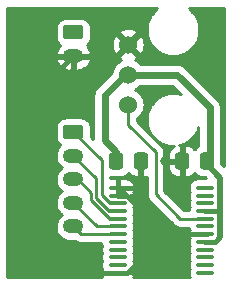
<source format=gbr>
%TF.GenerationSoftware,KiCad,Pcbnew,(6.0.1)*%
%TF.CreationDate,2022-07-01T15:08:56-07:00*%
%TF.ProjectId,mu100-dit,6d753130-302d-4646-9974-2e6b69636164,rev?*%
%TF.SameCoordinates,Original*%
%TF.FileFunction,Copper,L1,Top*%
%TF.FilePolarity,Positive*%
%FSLAX46Y46*%
G04 Gerber Fmt 4.6, Leading zero omitted, Abs format (unit mm)*
G04 Created by KiCad (PCBNEW (6.0.1)) date 2022-07-01 15:08:56*
%MOMM*%
%LPD*%
G01*
G04 APERTURE LIST*
G04 Aperture macros list*
%AMRoundRect*
0 Rectangle with rounded corners*
0 $1 Rounding radius*
0 $2 $3 $4 $5 $6 $7 $8 $9 X,Y pos of 4 corners*
0 Add a 4 corners polygon primitive as box body*
4,1,4,$2,$3,$4,$5,$6,$7,$8,$9,$2,$3,0*
0 Add four circle primitives for the rounded corners*
1,1,$1+$1,$2,$3*
1,1,$1+$1,$4,$5*
1,1,$1+$1,$6,$7*
1,1,$1+$1,$8,$9*
0 Add four rect primitives between the rounded corners*
20,1,$1+$1,$2,$3,$4,$5,0*
20,1,$1+$1,$4,$5,$6,$7,0*
20,1,$1+$1,$6,$7,$8,$9,0*
20,1,$1+$1,$8,$9,$2,$3,0*%
G04 Aperture macros list end*
%TA.AperFunction,SMDPad,CuDef*%
%ADD10RoundRect,0.100000X-0.637500X-0.100000X0.637500X-0.100000X0.637500X0.100000X-0.637500X0.100000X0*%
%TD*%
%TA.AperFunction,ComponentPad*%
%ADD11C,1.524000*%
%TD*%
%TA.AperFunction,ComponentPad*%
%ADD12RoundRect,0.250000X-0.625000X0.350000X-0.625000X-0.350000X0.625000X-0.350000X0.625000X0.350000X0*%
%TD*%
%TA.AperFunction,ComponentPad*%
%ADD13O,1.750000X1.200000*%
%TD*%
%TA.AperFunction,SMDPad,CuDef*%
%ADD14RoundRect,0.250000X-0.337500X-0.475000X0.337500X-0.475000X0.337500X0.475000X-0.337500X0.475000X0*%
%TD*%
%TA.AperFunction,SMDPad,CuDef*%
%ADD15RoundRect,0.250000X0.337500X0.475000X-0.337500X0.475000X-0.337500X-0.475000X0.337500X-0.475000X0*%
%TD*%
%TA.AperFunction,ViaPad*%
%ADD16C,0.800000*%
%TD*%
%TA.AperFunction,Conductor*%
%ADD17C,0.400000*%
%TD*%
%TA.AperFunction,Conductor*%
%ADD18C,0.500000*%
%TD*%
%TA.AperFunction,Conductor*%
%ADD19C,0.600000*%
%TD*%
%TA.AperFunction,Conductor*%
%ADD20C,0.250000*%
%TD*%
%TA.AperFunction,Conductor*%
%ADD21C,0.254000*%
%TD*%
G04 APERTURE END LIST*
D10*
%TO.P,U2,1,V1*%
%TO.N,GND*%
X51659500Y-109461427D03*
%TO.P,U2,2,TRANS*%
X51659500Y-110111427D03*
%TO.P,U2,3,PDN*%
%TO.N,/RESET*%
X51659500Y-110761427D03*
%TO.P,U2,4,MCLK*%
%TO.N,/MCLK*%
X51659500Y-111411427D03*
%TO.P,U2,5,SDTI*%
%TO.N,/SDAT*%
X51659500Y-112061427D03*
%TO.P,U2,6,BICK*%
%TO.N,/BICK*%
X51659500Y-112711427D03*
%TO.P,U2,7,LRCK*%
%TO.N,/LRCK*%
X51659500Y-113361427D03*
%TO.P,U2,8,FS0/CSN*%
%TO.N,unconnected-(U2-Pad8)*%
X51659500Y-114011427D03*
%TO.P,U2,9,FS1/CDTI*%
%TO.N,unconnected-(U2-Pad9)*%
X51659500Y-114661427D03*
%TO.P,U2,10,FS2/CCLK*%
%TO.N,unconnected-(U2-Pad10)*%
X51659500Y-115311427D03*
%TO.P,U2,11,FS3/CDTO*%
%TO.N,unconnected-(U2-Pad11)*%
X51659500Y-115961427D03*
%TO.P,U2,12,C1*%
%TO.N,GND*%
X51659500Y-116611427D03*
%TO.P,U2,13,ANS*%
%TO.N,unconnected-(U2-Pad13)*%
X59084500Y-116611427D03*
%TO.P,U2,14,BLS*%
%TO.N,unconnected-(U2-Pad14)*%
X59084500Y-115961427D03*
%TO.P,U2,15,CKS0*%
%TO.N,unconnected-(U2-Pad15)*%
X59084500Y-115311427D03*
%TO.P,U2,16,CKS1*%
%TO.N,unconnected-(U2-Pad16)*%
X59084500Y-114661427D03*
%TO.P,U2,17,VDD*%
%TO.N,+5V*%
X59084500Y-114011427D03*
%TO.P,U2,18,VSS*%
%TO.N,GND*%
X59084500Y-113361427D03*
%TO.P,U2,19,TXN*%
%TO.N,unconnected-(U2-Pad19)*%
X59084500Y-112711427D03*
%TO.P,U2,20,TXP*%
%TO.N,/TXP*%
X59084500Y-112061427D03*
%TO.P,U2,21,DIF0*%
%TO.N,+5V*%
X59084500Y-111411427D03*
%TO.P,U2,22,DIF1*%
%TO.N,unconnected-(U2-Pad22)*%
X59084500Y-110761427D03*
%TO.P,U2,23,DIF2*%
%TO.N,unconnected-(U2-Pad23)*%
X59084500Y-110111427D03*
%TO.P,U2,24,U1*%
%TO.N,unconnected-(U2-Pad24)*%
X59084500Y-109461427D03*
%TD*%
D11*
%TO.P,U1,1,GND*%
%TO.N,GND*%
X52540000Y-97310000D03*
%TO.P,U1,2,VCC*%
%TO.N,+5V*%
X52540000Y-99850000D03*
%TO.P,U1,3,Input*%
%TO.N,/TXP*%
X52540000Y-102390000D03*
%TD*%
D12*
%TO.P,J2,1,Pin_1*%
%TO.N,+5V*%
X47916000Y-96282000D03*
D13*
%TO.P,J2,2,Pin_2*%
%TO.N,GND*%
X47916000Y-98282000D03*
%TD*%
D14*
%TO.P,C2,1*%
%TO.N,GND*%
X57128500Y-107188000D03*
%TO.P,C2,2*%
%TO.N,+5V*%
X59203500Y-107188000D03*
%TD*%
D12*
%TO.P,J1,1,Pin_1*%
%TO.N,/RESET*%
X47916000Y-104712000D03*
D13*
%TO.P,J1,2,Pin_2*%
%TO.N,/MCLK*%
X47916000Y-106712000D03*
%TO.P,J1,3,Pin_3*%
%TO.N,/SDAT*%
X47916000Y-108712000D03*
%TO.P,J1,4,Pin_4*%
%TO.N,/BICK*%
X47916000Y-110712000D03*
%TO.P,J1,5,Pin_5*%
%TO.N,/LRCK*%
X47916000Y-112712000D03*
%TD*%
D15*
%TO.P,C1,1*%
%TO.N,GND*%
X53615500Y-107188000D03*
%TO.P,C1,2*%
%TO.N,+5V*%
X51540500Y-107188000D03*
%TD*%
D16*
%TO.N,GND*%
X55626000Y-107188000D03*
%TD*%
D17*
%TO.N,GND*%
X51659500Y-109461427D02*
X51659500Y-110111427D01*
X53340000Y-115724854D02*
X52453427Y-116611427D01*
X55703427Y-113361427D02*
X59253000Y-113361427D01*
X48793427Y-116611427D02*
X52453427Y-116611427D01*
X53340000Y-110998000D02*
X53340000Y-115724854D01*
X45974000Y-100224000D02*
X47916000Y-98282000D01*
X45974000Y-113792000D02*
X45974000Y-100224000D01*
X51803427Y-109461427D02*
X55703427Y-113361427D01*
X48793427Y-116611427D02*
X45974000Y-113792000D01*
X51659500Y-110111427D02*
X52453427Y-110111427D01*
D18*
%TO.N,+5V*%
X60332376Y-113577751D02*
X60251300Y-113658827D01*
D17*
X60198000Y-111506000D02*
X60103427Y-111411427D01*
D19*
X52291000Y-99850000D02*
X50546000Y-101595000D01*
X59436000Y-102616000D02*
X56670000Y-99850000D01*
X51540500Y-106404500D02*
X51540500Y-107188000D01*
D17*
X60103427Y-111411427D02*
X59084500Y-111411427D01*
D18*
X60332376Y-108570876D02*
X60332376Y-113577751D01*
D19*
X59436000Y-106934000D02*
X59436000Y-102616000D01*
X50546000Y-101595000D02*
X50546000Y-105410000D01*
D17*
X59084500Y-114011427D02*
X59938300Y-114011427D01*
D19*
X56670000Y-99850000D02*
X52540000Y-99850000D01*
D18*
X58949500Y-107188000D02*
X60332376Y-108570876D01*
D19*
X50546000Y-105410000D02*
X51540500Y-106404500D01*
D17*
X60251300Y-113658827D02*
X60271100Y-113678627D01*
X59938300Y-114011427D02*
X60271100Y-113678627D01*
D20*
%TO.N,/LRCK*%
X47916000Y-112712000D02*
X48565427Y-113361427D01*
X48565427Y-113361427D02*
X51659500Y-113361427D01*
%TO.N,/SDAT*%
X49392960Y-110482748D02*
X50971639Y-112061427D01*
X49392960Y-109844960D02*
X49392960Y-110482748D01*
X50971639Y-112061427D02*
X51659500Y-112061427D01*
X48260000Y-108712000D02*
X49392960Y-109844960D01*
%TO.N,/RESET*%
X50292000Y-107088000D02*
X50292000Y-109982000D01*
X50292000Y-110081788D02*
X50971639Y-110761427D01*
X50971639Y-110761427D02*
X51659500Y-110761427D01*
X47916000Y-104712000D02*
X50292000Y-107088000D01*
%TO.N,/MCLK*%
X50957357Y-111411427D02*
X51659500Y-111411427D01*
X49842480Y-110296550D02*
X50957357Y-111411427D01*
X47916000Y-106712000D02*
X49842480Y-108638480D01*
X49842480Y-108638480D02*
X49842480Y-110236000D01*
%TO.N,/TXP*%
X54864000Y-109982000D02*
X56943427Y-112061427D01*
X52540000Y-102390000D02*
X52540000Y-104102000D01*
X56943427Y-112061427D02*
X59084500Y-112061427D01*
X54864000Y-106426000D02*
X54864000Y-109982000D01*
X52540000Y-104102000D02*
X54864000Y-106426000D01*
%TO.N,/BICK*%
X47916000Y-110712000D02*
X49915427Y-112711427D01*
X49915427Y-112711427D02*
X51659500Y-112711427D01*
%TD*%
%TO.N,GND*%
D21*
X53743500Y-108420999D02*
X53763502Y-108489120D01*
X53817158Y-108535613D01*
X53869500Y-108546999D01*
X54003362Y-108546999D01*
X54016365Y-108546326D01*
X54104500Y-108537182D01*
X54104500Y-109903233D01*
X54102360Y-109925868D01*
X54104500Y-109993945D01*
X54104500Y-110021856D01*
X54105493Y-110037646D01*
X54106000Y-110041657D01*
X54107389Y-110085848D01*
X54112330Y-110117041D01*
X54117981Y-110136492D01*
X54120520Y-110156590D01*
X54128374Y-110187181D01*
X54144652Y-110228295D01*
X54156985Y-110270745D01*
X54169529Y-110299733D01*
X54179841Y-110317169D01*
X54187296Y-110335999D01*
X54202511Y-110363677D01*
X54228499Y-110399447D01*
X54251005Y-110437502D01*
X54270363Y-110462457D01*
X54284684Y-110476778D01*
X54296592Y-110493168D01*
X54318212Y-110516192D01*
X54352289Y-110544383D01*
X56350680Y-112542775D01*
X56365174Y-112560295D01*
X56414825Y-112606920D01*
X56434562Y-112626657D01*
X56446432Y-112637122D01*
X56449623Y-112639597D01*
X56481853Y-112669863D01*
X56507403Y-112688427D01*
X56525157Y-112698188D01*
X56541162Y-112710602D01*
X56568345Y-112726678D01*
X56608924Y-112744238D01*
X56647667Y-112765537D01*
X56677032Y-112777163D01*
X56696653Y-112782201D01*
X56715242Y-112790245D01*
X56745570Y-112799057D01*
X56789238Y-112805974D01*
X56832063Y-112816969D01*
X56863397Y-112820927D01*
X56883651Y-112820927D01*
X56903659Y-112824096D01*
X56935228Y-112825088D01*
X56979246Y-112820927D01*
X57712501Y-112820927D01*
X57712501Y-112851312D01*
X57713579Y-112867756D01*
X57729240Y-112986722D01*
X57737753Y-113018495D01*
X57745452Y-113037081D01*
X57738241Y-113054489D01*
X57729728Y-113086260D01*
X57721997Y-113144980D01*
X57732936Y-113215129D01*
X57780064Y-113268228D01*
X57846919Y-113287427D01*
X57886431Y-113287427D01*
X57913051Y-113322118D01*
X57936309Y-113345376D01*
X57957226Y-113361427D01*
X57936308Y-113377478D01*
X57913051Y-113400736D01*
X57886431Y-113435427D01*
X57846920Y-113435427D01*
X57778799Y-113455429D01*
X57732306Y-113509085D01*
X57721998Y-113577872D01*
X57729728Y-113636592D01*
X57738241Y-113668365D01*
X57745452Y-113685773D01*
X57737753Y-113704359D01*
X57729240Y-113736131D01*
X57713578Y-113855096D01*
X57712500Y-113871542D01*
X57712501Y-114151311D01*
X57713579Y-114167756D01*
X57729240Y-114286722D01*
X57737753Y-114318495D01*
X57745181Y-114336427D01*
X57737753Y-114354359D01*
X57729240Y-114386131D01*
X57713578Y-114505096D01*
X57712500Y-114521542D01*
X57712501Y-114801311D01*
X57713579Y-114817756D01*
X57729240Y-114936722D01*
X57737753Y-114968495D01*
X57745181Y-114986427D01*
X57737753Y-115004359D01*
X57729240Y-115036131D01*
X57713578Y-115155096D01*
X57712500Y-115171542D01*
X57712501Y-115451311D01*
X57713579Y-115467756D01*
X57729240Y-115586722D01*
X57737753Y-115618495D01*
X57745181Y-115636427D01*
X57737753Y-115654359D01*
X57729240Y-115686131D01*
X57713578Y-115805096D01*
X57712500Y-115821542D01*
X57712501Y-116101311D01*
X57713579Y-116117756D01*
X57729240Y-116236722D01*
X57737753Y-116268495D01*
X57745181Y-116286427D01*
X57737753Y-116304359D01*
X57729240Y-116336131D01*
X57713578Y-116455096D01*
X57712500Y-116471542D01*
X57712501Y-116751311D01*
X57713579Y-116767756D01*
X57729240Y-116886722D01*
X57737753Y-116918495D01*
X57756602Y-116964000D01*
X52986856Y-116964000D01*
X53005759Y-116918365D01*
X53014272Y-116886594D01*
X53022003Y-116827874D01*
X53011064Y-116757725D01*
X52963936Y-116704626D01*
X52897081Y-116685427D01*
X52690337Y-116685427D01*
X52807692Y-116595376D01*
X52830949Y-116572118D01*
X52857569Y-116537427D01*
X52897080Y-116537427D01*
X52965201Y-116517425D01*
X53011694Y-116463769D01*
X53022002Y-116394982D01*
X53014272Y-116336262D01*
X53005759Y-116304489D01*
X52998548Y-116287081D01*
X53006247Y-116268495D01*
X53014760Y-116236723D01*
X53030422Y-116117758D01*
X53031500Y-116101312D01*
X53031499Y-115821543D01*
X53030421Y-115805098D01*
X53014760Y-115686132D01*
X53006247Y-115654359D01*
X52998819Y-115636427D01*
X53006247Y-115618495D01*
X53014760Y-115586723D01*
X53030422Y-115467758D01*
X53031500Y-115451312D01*
X53031499Y-115171543D01*
X53030421Y-115155098D01*
X53014760Y-115036132D01*
X53006247Y-115004359D01*
X52998819Y-114986427D01*
X53006247Y-114968495D01*
X53014760Y-114936723D01*
X53030422Y-114817758D01*
X53031500Y-114801312D01*
X53031499Y-114521543D01*
X53030421Y-114505098D01*
X53014760Y-114386132D01*
X53006247Y-114354359D01*
X52998819Y-114336427D01*
X53006247Y-114318495D01*
X53014760Y-114286723D01*
X53030422Y-114167758D01*
X53031500Y-114151312D01*
X53031499Y-113871543D01*
X53030421Y-113855098D01*
X53014760Y-113736132D01*
X53006247Y-113704359D01*
X52998819Y-113686427D01*
X53006247Y-113668495D01*
X53014760Y-113636723D01*
X53030422Y-113517758D01*
X53031500Y-113501312D01*
X53031499Y-113221543D01*
X53030421Y-113205098D01*
X53014760Y-113086132D01*
X53006247Y-113054359D01*
X52998819Y-113036427D01*
X53006247Y-113018495D01*
X53014760Y-112986723D01*
X53030422Y-112867758D01*
X53031500Y-112851312D01*
X53031499Y-112571543D01*
X53030421Y-112555098D01*
X53014760Y-112436132D01*
X53006247Y-112404359D01*
X52998819Y-112386427D01*
X53006247Y-112368495D01*
X53014760Y-112336723D01*
X53030422Y-112217758D01*
X53031500Y-112201312D01*
X53031499Y-111921543D01*
X53030421Y-111905098D01*
X53014760Y-111786132D01*
X53006247Y-111754359D01*
X52998819Y-111736427D01*
X53006247Y-111718495D01*
X53014760Y-111686723D01*
X53030422Y-111567758D01*
X53031500Y-111551312D01*
X53031499Y-111271543D01*
X53030421Y-111255098D01*
X53014760Y-111136132D01*
X53006247Y-111104359D01*
X52998819Y-111086427D01*
X53006247Y-111068495D01*
X53014760Y-111036723D01*
X53030422Y-110917758D01*
X53031500Y-110901312D01*
X53031499Y-110621543D01*
X53030421Y-110605098D01*
X53014760Y-110486132D01*
X53006247Y-110454359D01*
X52998548Y-110435773D01*
X53005759Y-110418365D01*
X53014272Y-110386594D01*
X53022003Y-110327874D01*
X53011064Y-110257725D01*
X52963936Y-110204626D01*
X52897081Y-110185427D01*
X52857569Y-110185427D01*
X52830949Y-110150736D01*
X52807691Y-110127478D01*
X52690335Y-110037427D01*
X52897080Y-110037427D01*
X52965201Y-110017425D01*
X53011694Y-109963769D01*
X53022002Y-109894982D01*
X53014272Y-109836262D01*
X53005759Y-109804489D01*
X52998277Y-109786427D01*
X53005759Y-109768365D01*
X53014272Y-109736594D01*
X53022003Y-109677874D01*
X53011064Y-109607725D01*
X52963936Y-109554626D01*
X52897081Y-109535427D01*
X51859500Y-109535427D01*
X51791379Y-109555429D01*
X51744886Y-109609085D01*
X51733500Y-109661427D01*
X51733500Y-109911427D01*
X51738051Y-109926928D01*
X51585500Y-109926928D01*
X51585500Y-109261427D01*
X51733500Y-109261427D01*
X51753502Y-109329548D01*
X51807158Y-109376041D01*
X51859500Y-109387427D01*
X52897080Y-109387427D01*
X52965201Y-109367425D01*
X53011694Y-109313769D01*
X53022002Y-109244982D01*
X53014272Y-109186262D01*
X53005759Y-109154489D01*
X52944496Y-109006586D01*
X52928049Y-108978100D01*
X52830592Y-108851093D01*
X52807334Y-108827835D01*
X52680327Y-108730378D01*
X52651841Y-108713931D01*
X52503938Y-108652668D01*
X52472166Y-108644155D01*
X52353293Y-108628505D01*
X52336847Y-108627427D01*
X51859500Y-108627427D01*
X51791379Y-108647429D01*
X51744886Y-108701085D01*
X51733500Y-108753427D01*
X51733500Y-109261427D01*
X51585500Y-109261427D01*
X51585500Y-108753428D01*
X51565498Y-108685307D01*
X51511842Y-108638814D01*
X51459500Y-108627428D01*
X51051500Y-108627428D01*
X51051500Y-108537801D01*
X51139757Y-108546844D01*
X51152600Y-108547500D01*
X51928400Y-108547500D01*
X51941404Y-108546827D01*
X52047170Y-108535853D01*
X52074042Y-108530050D01*
X52241822Y-108474074D01*
X52268249Y-108461694D01*
X52418651Y-108368622D01*
X52441521Y-108350496D01*
X52566478Y-108225321D01*
X52578316Y-108210332D01*
X52590899Y-108226208D01*
X52715991Y-108351083D01*
X52738893Y-108369170D01*
X52889359Y-108461918D01*
X52915807Y-108474251D01*
X53083573Y-108529897D01*
X53110399Y-108535648D01*
X53214795Y-108546344D01*
X53227637Y-108547000D01*
X53361500Y-108547000D01*
X53429621Y-108526998D01*
X53476114Y-108473342D01*
X53487500Y-108421000D01*
X53487500Y-107060000D01*
X53743500Y-107060000D01*
X53743500Y-108420999D02*
X53743500Y-107060000D01*
%TA.AperFunction,Conductor*%
G36*
X53743500Y-108420999D02*
G01*
X53763502Y-108489120D01*
X53817158Y-108535613D01*
X53869500Y-108546999D01*
X54003362Y-108546999D01*
X54016365Y-108546326D01*
X54104500Y-108537182D01*
X54104500Y-109903233D01*
X54102360Y-109925868D01*
X54104500Y-109993945D01*
X54104500Y-110021856D01*
X54105493Y-110037646D01*
X54106000Y-110041657D01*
X54107389Y-110085848D01*
X54112330Y-110117041D01*
X54117981Y-110136492D01*
X54120520Y-110156590D01*
X54128374Y-110187181D01*
X54144652Y-110228295D01*
X54156985Y-110270745D01*
X54169529Y-110299733D01*
X54179841Y-110317169D01*
X54187296Y-110335999D01*
X54202511Y-110363677D01*
X54228499Y-110399447D01*
X54251005Y-110437502D01*
X54270363Y-110462457D01*
X54284684Y-110476778D01*
X54296592Y-110493168D01*
X54318212Y-110516192D01*
X54352289Y-110544383D01*
X56350680Y-112542775D01*
X56365174Y-112560295D01*
X56414825Y-112606920D01*
X56434562Y-112626657D01*
X56446432Y-112637122D01*
X56449623Y-112639597D01*
X56481853Y-112669863D01*
X56507403Y-112688427D01*
X56525157Y-112698188D01*
X56541162Y-112710602D01*
X56568345Y-112726678D01*
X56608924Y-112744238D01*
X56647667Y-112765537D01*
X56677032Y-112777163D01*
X56696653Y-112782201D01*
X56715242Y-112790245D01*
X56745570Y-112799057D01*
X56789238Y-112805974D01*
X56832063Y-112816969D01*
X56863397Y-112820927D01*
X56883651Y-112820927D01*
X56903659Y-112824096D01*
X56935228Y-112825088D01*
X56979246Y-112820927D01*
X57712501Y-112820927D01*
X57712501Y-112851312D01*
X57713579Y-112867756D01*
X57729240Y-112986722D01*
X57737753Y-113018495D01*
X57745452Y-113037081D01*
X57738241Y-113054489D01*
X57729728Y-113086260D01*
X57721997Y-113144980D01*
X57732936Y-113215129D01*
X57780064Y-113268228D01*
X57846919Y-113287427D01*
X57886431Y-113287427D01*
X57913051Y-113322118D01*
X57936309Y-113345376D01*
X57957226Y-113361427D01*
X57936308Y-113377478D01*
X57913051Y-113400736D01*
X57886431Y-113435427D01*
X57846920Y-113435427D01*
X57778799Y-113455429D01*
X57732306Y-113509085D01*
X57721998Y-113577872D01*
X57729728Y-113636592D01*
X57738241Y-113668365D01*
X57745452Y-113685773D01*
X57737753Y-113704359D01*
X57729240Y-113736131D01*
X57713578Y-113855096D01*
X57712500Y-113871542D01*
X57712501Y-114151311D01*
X57713579Y-114167756D01*
X57729240Y-114286722D01*
X57737753Y-114318495D01*
X57745181Y-114336427D01*
X57737753Y-114354359D01*
X57729240Y-114386131D01*
X57713578Y-114505096D01*
X57712500Y-114521542D01*
X57712501Y-114801311D01*
X57713579Y-114817756D01*
X57729240Y-114936722D01*
X57737753Y-114968495D01*
X57745181Y-114986427D01*
X57737753Y-115004359D01*
X57729240Y-115036131D01*
X57713578Y-115155096D01*
X57712500Y-115171542D01*
X57712501Y-115451311D01*
X57713579Y-115467756D01*
X57729240Y-115586722D01*
X57737753Y-115618495D01*
X57745181Y-115636427D01*
X57737753Y-115654359D01*
X57729240Y-115686131D01*
X57713578Y-115805096D01*
X57712500Y-115821542D01*
X57712501Y-116101311D01*
X57713579Y-116117756D01*
X57729240Y-116236722D01*
X57737753Y-116268495D01*
X57745181Y-116286427D01*
X57737753Y-116304359D01*
X57729240Y-116336131D01*
X57713578Y-116455096D01*
X57712500Y-116471542D01*
X57712501Y-116751311D01*
X57713579Y-116767756D01*
X57729240Y-116886722D01*
X57737753Y-116918495D01*
X57756602Y-116964000D01*
X52986856Y-116964000D01*
X53005759Y-116918365D01*
X53014272Y-116886594D01*
X53022003Y-116827874D01*
X53011064Y-116757725D01*
X52963936Y-116704626D01*
X52897081Y-116685427D01*
X52690337Y-116685427D01*
X52807692Y-116595376D01*
X52830949Y-116572118D01*
X52857569Y-116537427D01*
X52897080Y-116537427D01*
X52965201Y-116517425D01*
X53011694Y-116463769D01*
X53022002Y-116394982D01*
X53014272Y-116336262D01*
X53005759Y-116304489D01*
X52998548Y-116287081D01*
X53006247Y-116268495D01*
X53014760Y-116236723D01*
X53030422Y-116117758D01*
X53031500Y-116101312D01*
X53031499Y-115821543D01*
X53030421Y-115805098D01*
X53014760Y-115686132D01*
X53006247Y-115654359D01*
X52998819Y-115636427D01*
X53006247Y-115618495D01*
X53014760Y-115586723D01*
X53030422Y-115467758D01*
X53031500Y-115451312D01*
X53031499Y-115171543D01*
X53030421Y-115155098D01*
X53014760Y-115036132D01*
X53006247Y-115004359D01*
X52998819Y-114986427D01*
X53006247Y-114968495D01*
X53014760Y-114936723D01*
X53030422Y-114817758D01*
X53031500Y-114801312D01*
X53031499Y-114521543D01*
X53030421Y-114505098D01*
X53014760Y-114386132D01*
X53006247Y-114354359D01*
X52998819Y-114336427D01*
X53006247Y-114318495D01*
X53014760Y-114286723D01*
X53030422Y-114167758D01*
X53031500Y-114151312D01*
X53031499Y-113871543D01*
X53030421Y-113855098D01*
X53014760Y-113736132D01*
X53006247Y-113704359D01*
X52998819Y-113686427D01*
X53006247Y-113668495D01*
X53014760Y-113636723D01*
X53030422Y-113517758D01*
X53031500Y-113501312D01*
X53031499Y-113221543D01*
X53030421Y-113205098D01*
X53014760Y-113086132D01*
X53006247Y-113054359D01*
X52998819Y-113036427D01*
X53006247Y-113018495D01*
X53014760Y-112986723D01*
X53030422Y-112867758D01*
X53031500Y-112851312D01*
X53031499Y-112571543D01*
X53030421Y-112555098D01*
X53014760Y-112436132D01*
X53006247Y-112404359D01*
X52998819Y-112386427D01*
X53006247Y-112368495D01*
X53014760Y-112336723D01*
X53030422Y-112217758D01*
X53031500Y-112201312D01*
X53031499Y-111921543D01*
X53030421Y-111905098D01*
X53014760Y-111786132D01*
X53006247Y-111754359D01*
X52998819Y-111736427D01*
X53006247Y-111718495D01*
X53014760Y-111686723D01*
X53030422Y-111567758D01*
X53031500Y-111551312D01*
X53031499Y-111271543D01*
X53030421Y-111255098D01*
X53014760Y-111136132D01*
X53006247Y-111104359D01*
X52998819Y-111086427D01*
X53006247Y-111068495D01*
X53014760Y-111036723D01*
X53030422Y-110917758D01*
X53031500Y-110901312D01*
X53031499Y-110621543D01*
X53030421Y-110605098D01*
X53014760Y-110486132D01*
X53006247Y-110454359D01*
X52998548Y-110435773D01*
X53005759Y-110418365D01*
X53014272Y-110386594D01*
X53022003Y-110327874D01*
X53011064Y-110257725D01*
X52963936Y-110204626D01*
X52897081Y-110185427D01*
X52857569Y-110185427D01*
X52830949Y-110150736D01*
X52807691Y-110127478D01*
X52690335Y-110037427D01*
X52897080Y-110037427D01*
X52965201Y-110017425D01*
X53011694Y-109963769D01*
X53022002Y-109894982D01*
X53014272Y-109836262D01*
X53005759Y-109804489D01*
X52998277Y-109786427D01*
X53005759Y-109768365D01*
X53014272Y-109736594D01*
X53022003Y-109677874D01*
X53011064Y-109607725D01*
X52963936Y-109554626D01*
X52897081Y-109535427D01*
X51859500Y-109535427D01*
X51791379Y-109555429D01*
X51744886Y-109609085D01*
X51733500Y-109661427D01*
X51733500Y-109911427D01*
X51738051Y-109926928D01*
X51585500Y-109926928D01*
X51585500Y-109261427D01*
X51733500Y-109261427D01*
X51753502Y-109329548D01*
X51807158Y-109376041D01*
X51859500Y-109387427D01*
X52897080Y-109387427D01*
X52965201Y-109367425D01*
X53011694Y-109313769D01*
X53022002Y-109244982D01*
X53014272Y-109186262D01*
X53005759Y-109154489D01*
X52944496Y-109006586D01*
X52928049Y-108978100D01*
X52830592Y-108851093D01*
X52807334Y-108827835D01*
X52680327Y-108730378D01*
X52651841Y-108713931D01*
X52503938Y-108652668D01*
X52472166Y-108644155D01*
X52353293Y-108628505D01*
X52336847Y-108627427D01*
X51859500Y-108627427D01*
X51791379Y-108647429D01*
X51744886Y-108701085D01*
X51733500Y-108753427D01*
X51733500Y-109261427D01*
X51585500Y-109261427D01*
X51585500Y-108753428D01*
X51565498Y-108685307D01*
X51511842Y-108638814D01*
X51459500Y-108627428D01*
X51051500Y-108627428D01*
X51051500Y-108537801D01*
X51139757Y-108546844D01*
X51152600Y-108547500D01*
X51928400Y-108547500D01*
X51941404Y-108546827D01*
X52047170Y-108535853D01*
X52074042Y-108530050D01*
X52241822Y-108474074D01*
X52268249Y-108461694D01*
X52418651Y-108368622D01*
X52441521Y-108350496D01*
X52566478Y-108225321D01*
X52578316Y-108210332D01*
X52590899Y-108226208D01*
X52715991Y-108351083D01*
X52738893Y-108369170D01*
X52889359Y-108461918D01*
X52915807Y-108474251D01*
X53083573Y-108529897D01*
X53110399Y-108535648D01*
X53214795Y-108546344D01*
X53227637Y-108547000D01*
X53361500Y-108547000D01*
X53429621Y-108526998D01*
X53476114Y-108473342D01*
X53487500Y-108421000D01*
X53487500Y-107060000D01*
X53743500Y-107060000D01*
X53743500Y-108420999D01*
G37*
%TD.AperFunction*%
X54947526Y-94294472D02*
X54934206Y-94305259D01*
X54723607Y-94500960D01*
X54711874Y-94513454D01*
X54529783Y-94735926D01*
X54519854Y-94749897D01*
X54369640Y-94995023D01*
X54361700Y-95010213D01*
X54246144Y-95273457D01*
X54240338Y-95289583D01*
X54161577Y-95566075D01*
X54158013Y-95582841D01*
X54117506Y-95867463D01*
X54116251Y-95884556D01*
X54114745Y-96172043D01*
X54115821Y-96189149D01*
X54153346Y-96474180D01*
X54156734Y-96490982D01*
X54232595Y-96768284D01*
X54238232Y-96784471D01*
X54351026Y-97048911D01*
X54358807Y-97064182D01*
X54506445Y-97310867D01*
X54516227Y-97324942D01*
X54695979Y-97549309D01*
X54707580Y-97561925D01*
X54916118Y-97759820D01*
X54929325Y-97770745D01*
X55162791Y-97938508D01*
X55177358Y-97947540D01*
X55431433Y-98082066D01*
X55447091Y-98089038D01*
X55717072Y-98187837D01*
X55733531Y-98192619D01*
X56014422Y-98253863D01*
X56031378Y-98256367D01*
X56256853Y-98274112D01*
X56266739Y-98274500D01*
X56422271Y-98274500D01*
X56430841Y-98274208D01*
X56645395Y-98259581D01*
X56662376Y-98257255D01*
X56943893Y-98198956D01*
X56960402Y-98194347D01*
X57231403Y-98098380D01*
X57247133Y-98091573D01*
X57502602Y-97959716D01*
X57517263Y-97950837D01*
X57752474Y-97785528D01*
X57765794Y-97774741D01*
X57976393Y-97579040D01*
X57988126Y-97566546D01*
X58170217Y-97344074D01*
X58180146Y-97330103D01*
X58330360Y-97084977D01*
X58338300Y-97069787D01*
X58453856Y-96806543D01*
X58459662Y-96790417D01*
X58538423Y-96513925D01*
X58541987Y-96497159D01*
X58582494Y-96212537D01*
X58583749Y-96195444D01*
X58585255Y-95907957D01*
X58584179Y-95890851D01*
X58546654Y-95605820D01*
X58543266Y-95589018D01*
X58467405Y-95311716D01*
X58461768Y-95295529D01*
X58348974Y-95031089D01*
X58341193Y-95015818D01*
X58193555Y-94769133D01*
X58183773Y-94755058D01*
X58004021Y-94530691D01*
X57992420Y-94518075D01*
X57783882Y-94320180D01*
X57770675Y-94309255D01*
X57685430Y-94248000D01*
X60636000Y-94248000D01*
X60636000Y-107623629D01*
X60425500Y-107413129D01*
X60425500Y-106662600D01*
X60424827Y-106649596D01*
X60413853Y-106543830D01*
X60408050Y-106516958D01*
X60370500Y-106404407D01*
X60370500Y-102625260D01*
X60371444Y-102535098D01*
X60368605Y-102507152D01*
X60359445Y-102464787D01*
X60354612Y-102421699D01*
X60348389Y-102394308D01*
X60337358Y-102362632D01*
X60330273Y-102329862D01*
X60321314Y-102303241D01*
X60302992Y-102263949D01*
X60288736Y-102223011D01*
X60276600Y-102197679D01*
X60258829Y-102169239D01*
X60244659Y-102138850D01*
X60230023Y-102114872D01*
X60203451Y-102080615D01*
X60180480Y-102043854D01*
X60163033Y-102021841D01*
X60134431Y-101993038D01*
X60133017Y-101991435D01*
X60107338Y-101965756D01*
X60035221Y-101893134D01*
X60032644Y-101891062D01*
X57337329Y-99195747D01*
X57274252Y-99131335D01*
X57252484Y-99113582D01*
X57216050Y-99090102D01*
X57182165Y-99063052D01*
X57158395Y-99048083D01*
X57128201Y-99033487D01*
X57100018Y-99015324D01*
X57074858Y-99002834D01*
X57034122Y-98988007D01*
X56995089Y-98969138D01*
X56968595Y-98959808D01*
X56935917Y-98952264D01*
X56904410Y-98940796D01*
X56877106Y-98934190D01*
X56834091Y-98928756D01*
X56791860Y-98919006D01*
X56763955Y-98915777D01*
X56723385Y-98915635D01*
X56721231Y-98915500D01*
X56684581Y-98915500D01*
X56582570Y-98915144D01*
X56579293Y-98915500D01*
X53580448Y-98915500D01*
X53448876Y-98783928D01*
X53432052Y-98769810D01*
X53249948Y-98642299D01*
X53230927Y-98631317D01*
X53120285Y-98579724D01*
X53230676Y-98528248D01*
X53249696Y-98517266D01*
X53312875Y-98473028D01*
X53357204Y-98417571D01*
X53364513Y-98346952D01*
X53329700Y-98280720D01*
X52629095Y-97580115D01*
X52566783Y-97546089D01*
X52495968Y-97551154D01*
X52450905Y-97580115D01*
X51750300Y-98280720D01*
X51716274Y-98343032D01*
X51721339Y-98413847D01*
X51767125Y-98473028D01*
X51830304Y-98517266D01*
X51849324Y-98528248D01*
X51959715Y-98579724D01*
X51849074Y-98631317D01*
X51830053Y-98642299D01*
X51647948Y-98769810D01*
X51631124Y-98783928D01*
X51473928Y-98941124D01*
X51459810Y-98957948D01*
X51332299Y-99140053D01*
X51321317Y-99159074D01*
X51227365Y-99360554D01*
X51219853Y-99381193D01*
X51162315Y-99595926D01*
X51158501Y-99617556D01*
X51154344Y-99665074D01*
X49891747Y-100927671D01*
X49827335Y-100990748D01*
X49809582Y-101012516D01*
X49786102Y-101048950D01*
X49759052Y-101082835D01*
X49744083Y-101106605D01*
X49729487Y-101136799D01*
X49711324Y-101164982D01*
X49698834Y-101190142D01*
X49684007Y-101230878D01*
X49665138Y-101269911D01*
X49655808Y-101296405D01*
X49648264Y-101329083D01*
X49636796Y-101360590D01*
X49630190Y-101387894D01*
X49624756Y-101430909D01*
X49615006Y-101473140D01*
X49611777Y-101501045D01*
X49611635Y-101541615D01*
X49611500Y-101543769D01*
X49611500Y-101580419D01*
X49611144Y-101682430D01*
X49611500Y-101685707D01*
X49611500Y-105333405D01*
X49422845Y-105144750D01*
X49424844Y-105125243D01*
X49425500Y-105112400D01*
X49425500Y-104311600D01*
X49424827Y-104298596D01*
X49413853Y-104192830D01*
X49408050Y-104165958D01*
X49352074Y-103998178D01*
X49339694Y-103971751D01*
X49246622Y-103821349D01*
X49228496Y-103798479D01*
X49103321Y-103673522D01*
X49080419Y-103655435D01*
X48929854Y-103562625D01*
X48903405Y-103550292D01*
X48735528Y-103494610D01*
X48708704Y-103488859D01*
X48604243Y-103478156D01*
X48591400Y-103477500D01*
X47240600Y-103477500D01*
X47227596Y-103478173D01*
X47121830Y-103489147D01*
X47094958Y-103494950D01*
X46927178Y-103550926D01*
X46900751Y-103563306D01*
X46750349Y-103656378D01*
X46727479Y-103674504D01*
X46602522Y-103799679D01*
X46584435Y-103822581D01*
X46491625Y-103973146D01*
X46479292Y-103999595D01*
X46423610Y-104167472D01*
X46417859Y-104194296D01*
X46407156Y-104298757D01*
X46406500Y-104311600D01*
X46406500Y-105112400D01*
X46407173Y-105125404D01*
X46418147Y-105231170D01*
X46423950Y-105258042D01*
X46479926Y-105425822D01*
X46492306Y-105452249D01*
X46585378Y-105602651D01*
X46603504Y-105625521D01*
X46728679Y-105750478D01*
X46751581Y-105768565D01*
X46803120Y-105800334D01*
X46795247Y-105806518D01*
X46777915Y-105823024D01*
X46639283Y-105982783D01*
X46625384Y-106002268D01*
X46519463Y-106185359D01*
X46509499Y-106207121D01*
X46440111Y-106406938D01*
X46434443Y-106430191D01*
X46404091Y-106639524D01*
X46402922Y-106663430D01*
X46412702Y-106874725D01*
X46416074Y-106898420D01*
X46465632Y-107104055D01*
X46473424Y-107126685D01*
X46560973Y-107319238D01*
X46572904Y-107339987D01*
X46695284Y-107512511D01*
X46710923Y-107530629D01*
X46863719Y-107676899D01*
X46882502Y-107691733D01*
X46914814Y-107712597D01*
X46795247Y-107806518D01*
X46777915Y-107823024D01*
X46639283Y-107982783D01*
X46625384Y-108002268D01*
X46519463Y-108185359D01*
X46509499Y-108207121D01*
X46440111Y-108406938D01*
X46434443Y-108430191D01*
X46404091Y-108639524D01*
X46402922Y-108663430D01*
X46412702Y-108874725D01*
X46416074Y-108898420D01*
X46465632Y-109104055D01*
X46473424Y-109126685D01*
X46560973Y-109319238D01*
X46572904Y-109339987D01*
X46695284Y-109512511D01*
X46710923Y-109530629D01*
X46863719Y-109676899D01*
X46882502Y-109691733D01*
X46914814Y-109712597D01*
X46795247Y-109806518D01*
X46777915Y-109823024D01*
X46639283Y-109982783D01*
X46625384Y-110002268D01*
X46519463Y-110185359D01*
X46509499Y-110207121D01*
X46440111Y-110406938D01*
X46434443Y-110430191D01*
X46404091Y-110639524D01*
X46402922Y-110663430D01*
X46412702Y-110874725D01*
X46416074Y-110898420D01*
X46465632Y-111104055D01*
X46473424Y-111126685D01*
X46560973Y-111319238D01*
X46572904Y-111339987D01*
X46695284Y-111512511D01*
X46710923Y-111530629D01*
X46863719Y-111676899D01*
X46882502Y-111691733D01*
X46914814Y-111712597D01*
X46795247Y-111806518D01*
X46777915Y-111823024D01*
X46639283Y-111982783D01*
X46625384Y-112002268D01*
X46519463Y-112185359D01*
X46509499Y-112207121D01*
X46440111Y-112406938D01*
X46434443Y-112430191D01*
X46404091Y-112639524D01*
X46402922Y-112663430D01*
X46412702Y-112874725D01*
X46416074Y-112898420D01*
X46465632Y-113104055D01*
X46473424Y-113126685D01*
X46560973Y-113319238D01*
X46572904Y-113339987D01*
X46695284Y-113512511D01*
X46710923Y-113530629D01*
X46863719Y-113676899D01*
X46882502Y-113691733D01*
X47060200Y-113806472D01*
X47081450Y-113817486D01*
X47277639Y-113896552D01*
X47300587Y-113903350D01*
X47508187Y-113943892D01*
X47526183Y-113946078D01*
X47531745Y-113946350D01*
X47537899Y-113946500D01*
X48078974Y-113946500D01*
X48103853Y-113969863D01*
X48129406Y-113988428D01*
X48147157Y-113998187D01*
X48163159Y-114010599D01*
X48190344Y-114026676D01*
X48230913Y-114044232D01*
X48269667Y-114065537D01*
X48299033Y-114077164D01*
X48318653Y-114082201D01*
X48337240Y-114090245D01*
X48367571Y-114099057D01*
X48411234Y-114105973D01*
X48454063Y-114116969D01*
X48485397Y-114120927D01*
X48505658Y-114120927D01*
X48525660Y-114124095D01*
X48557227Y-114125087D01*
X48601238Y-114120927D01*
X50287501Y-114120927D01*
X50287501Y-114151312D01*
X50288579Y-114167756D01*
X50304240Y-114286722D01*
X50312753Y-114318495D01*
X50320181Y-114336427D01*
X50312753Y-114354359D01*
X50304240Y-114386131D01*
X50288578Y-114505096D01*
X50287500Y-114521542D01*
X50287501Y-114801311D01*
X50288579Y-114817756D01*
X50304240Y-114936722D01*
X50312753Y-114968495D01*
X50320181Y-114986427D01*
X50312753Y-115004359D01*
X50304240Y-115036131D01*
X50288578Y-115155096D01*
X50287500Y-115171542D01*
X50287501Y-115451311D01*
X50288579Y-115467756D01*
X50304240Y-115586722D01*
X50312753Y-115618495D01*
X50320181Y-115636427D01*
X50312753Y-115654359D01*
X50304240Y-115686131D01*
X50288578Y-115805096D01*
X50287500Y-115821542D01*
X50287501Y-116101311D01*
X50288579Y-116117756D01*
X50304240Y-116236722D01*
X50312753Y-116268495D01*
X50320452Y-116287081D01*
X50313241Y-116304489D01*
X50304728Y-116336260D01*
X50296997Y-116394980D01*
X50307936Y-116465129D01*
X50355064Y-116518228D01*
X50421919Y-116537427D01*
X50461431Y-116537427D01*
X50488051Y-116572118D01*
X50511309Y-116595376D01*
X50628665Y-116685427D01*
X50421920Y-116685427D01*
X50353799Y-116705429D01*
X50307306Y-116759085D01*
X50296998Y-116827872D01*
X50304728Y-116886592D01*
X50313241Y-116918365D01*
X50332144Y-116964000D01*
X42290000Y-116964000D01*
X42290000Y-98553932D01*
X46437765Y-98553932D01*
X46439990Y-98565521D01*
X46466107Y-98673891D01*
X46473899Y-98696521D01*
X46561408Y-98888988D01*
X46573339Y-98909737D01*
X46695664Y-99082183D01*
X46711303Y-99100301D01*
X46864030Y-99246505D01*
X46882813Y-99261339D01*
X47060431Y-99376026D01*
X47081681Y-99387040D01*
X47277782Y-99466071D01*
X47300730Y-99472869D01*
X47508236Y-99513392D01*
X47526232Y-99515578D01*
X47531794Y-99515850D01*
X47537948Y-99516000D01*
X47662000Y-99516000D01*
X47730121Y-99495998D01*
X47776614Y-99442342D01*
X47788000Y-99390000D01*
X48044000Y-99390000D01*
X48064002Y-99458121D01*
X48117658Y-99504614D01*
X48170000Y-99516000D01*
X48243825Y-99516000D01*
X48255792Y-99515430D01*
X48413438Y-99500389D01*
X48436940Y-99495864D01*
X48639816Y-99436347D01*
X48662039Y-99427458D01*
X48850001Y-99330651D01*
X48870142Y-99317721D01*
X49036407Y-99187118D01*
X49053739Y-99170613D01*
X49192308Y-99010927D01*
X49206207Y-98991441D01*
X49312080Y-98808432D01*
X49322044Y-98786670D01*
X49391401Y-98586943D01*
X49397070Y-98563685D01*
X49398463Y-98554075D01*
X49388440Y-98483790D01*
X49342009Y-98430081D01*
X49273766Y-98410000D01*
X48170000Y-98410000D01*
X48101879Y-98430002D01*
X48055386Y-98483658D01*
X48044000Y-98536000D01*
X48044000Y-99390000D01*
X47788000Y-99390000D01*
X47788000Y-98536000D01*
X47767998Y-98467879D01*
X47714342Y-98421386D01*
X47662000Y-98410000D01*
X46562483Y-98410000D01*
X46494362Y-98430002D01*
X46447869Y-98483658D01*
X46437765Y-98553932D01*
X42290000Y-98553932D01*
X42290000Y-96682400D01*
X46406500Y-96682400D01*
X46407173Y-96695404D01*
X46418147Y-96801170D01*
X46423950Y-96828042D01*
X46479926Y-96995822D01*
X46492306Y-97022249D01*
X46585378Y-97172651D01*
X46603504Y-97195521D01*
X46728679Y-97320478D01*
X46751581Y-97338565D01*
X46803573Y-97370614D01*
X46795593Y-97376882D01*
X46778261Y-97393387D01*
X46639692Y-97553073D01*
X46625793Y-97572559D01*
X46519920Y-97755568D01*
X46509956Y-97777330D01*
X46440599Y-97977057D01*
X46434930Y-98000315D01*
X46433537Y-98009925D01*
X46443560Y-98080210D01*
X46489991Y-98133919D01*
X46558234Y-98154000D01*
X49269517Y-98154000D01*
X49337638Y-98133998D01*
X49384131Y-98080342D01*
X49394235Y-98010068D01*
X49392010Y-97998479D01*
X49365893Y-97890109D01*
X49358101Y-97867479D01*
X49270592Y-97675012D01*
X49258661Y-97654263D01*
X49136336Y-97481817D01*
X49120697Y-97463699D01*
X49025374Y-97372447D01*
X49081651Y-97337622D01*
X49102646Y-97320982D01*
X51139628Y-97320982D01*
X51158996Y-97542358D01*
X51162810Y-97563987D01*
X51220325Y-97778636D01*
X51227837Y-97799275D01*
X51321752Y-98000675D01*
X51332733Y-98019694D01*
X51376971Y-98082874D01*
X51432428Y-98127204D01*
X51503047Y-98134514D01*
X51569280Y-98099700D01*
X52269885Y-97399095D01*
X52303911Y-97336783D01*
X52300080Y-97283217D01*
X52776089Y-97283217D01*
X52781154Y-97354032D01*
X52810115Y-97399095D01*
X53510720Y-98099700D01*
X53573032Y-98133726D01*
X53643847Y-98128661D01*
X53703029Y-98082874D01*
X53747267Y-98019694D01*
X53758248Y-98000675D01*
X53852163Y-97799275D01*
X53859675Y-97778636D01*
X53917190Y-97563987D01*
X53921004Y-97542358D01*
X53940372Y-97320982D01*
X53940372Y-97299018D01*
X53921004Y-97077642D01*
X53917190Y-97056013D01*
X53859675Y-96841364D01*
X53852163Y-96820725D01*
X53758248Y-96619325D01*
X53747267Y-96600306D01*
X53703029Y-96537126D01*
X53647572Y-96492796D01*
X53576953Y-96485486D01*
X53510720Y-96520300D01*
X52810115Y-97220905D01*
X52776089Y-97283217D01*
X52300080Y-97283217D01*
X52298846Y-97265968D01*
X52269885Y-97220905D01*
X51569280Y-96520300D01*
X51506968Y-96486274D01*
X51436153Y-96491339D01*
X51376971Y-96537126D01*
X51332733Y-96600306D01*
X51321752Y-96619325D01*
X51227837Y-96820725D01*
X51220325Y-96841364D01*
X51162810Y-97056013D01*
X51158996Y-97077642D01*
X51139628Y-97299018D01*
X51139628Y-97320982D01*
X49102646Y-97320982D01*
X49104521Y-97319496D01*
X49229478Y-97194321D01*
X49247565Y-97171419D01*
X49340375Y-97020854D01*
X49352708Y-96994405D01*
X49408390Y-96826528D01*
X49414141Y-96799704D01*
X49424844Y-96695243D01*
X49425500Y-96682400D01*
X49425500Y-96273047D01*
X51715486Y-96273047D01*
X51750300Y-96339280D01*
X52450905Y-97039885D01*
X52513217Y-97073911D01*
X52584032Y-97068846D01*
X52629095Y-97039885D01*
X53329700Y-96339280D01*
X53363726Y-96276968D01*
X53358661Y-96206153D01*
X53312875Y-96146972D01*
X53249696Y-96102734D01*
X53230676Y-96091752D01*
X53029275Y-95997837D01*
X53008636Y-95990325D01*
X52793987Y-95932810D01*
X52772358Y-95928996D01*
X52550982Y-95909628D01*
X52529018Y-95909628D01*
X52307642Y-95928996D01*
X52286013Y-95932810D01*
X52071364Y-95990325D01*
X52050725Y-95997837D01*
X51849325Y-96091752D01*
X51830306Y-96102733D01*
X51767126Y-96146971D01*
X51722796Y-96202428D01*
X51715486Y-96273047D01*
X49425500Y-96273047D01*
X49425500Y-95881600D01*
X49424827Y-95868596D01*
X49413853Y-95762830D01*
X49408050Y-95735958D01*
X49352074Y-95568178D01*
X49339694Y-95541751D01*
X49246622Y-95391349D01*
X49228496Y-95368479D01*
X49103321Y-95243522D01*
X49080419Y-95225435D01*
X48929854Y-95132625D01*
X48903405Y-95120292D01*
X48735528Y-95064610D01*
X48708704Y-95058859D01*
X48604243Y-95048156D01*
X48591400Y-95047500D01*
X47240600Y-95047500D01*
X47227596Y-95048173D01*
X47121830Y-95059147D01*
X47094958Y-95064950D01*
X46927178Y-95120926D01*
X46900751Y-95133306D01*
X46750349Y-95226378D01*
X46727479Y-95244504D01*
X46602522Y-95369679D01*
X46584435Y-95392581D01*
X46491625Y-95543146D01*
X46479292Y-95569595D01*
X46423610Y-95737472D01*
X46417859Y-95764296D01*
X46407156Y-95868757D01*
X46406500Y-95881600D01*
X46406500Y-96682400D01*
X42290000Y-96682400D01*
X42290000Y-94248000D01*
X55013649Y-94248000D01*
X54947526Y-94294472D02*
X55013649Y-94248000D01*
%TA.AperFunction,Conductor*%
G36*
X54947526Y-94294472D02*
G01*
X54934206Y-94305259D01*
X54723607Y-94500960D01*
X54711874Y-94513454D01*
X54529783Y-94735926D01*
X54519854Y-94749897D01*
X54369640Y-94995023D01*
X54361700Y-95010213D01*
X54246144Y-95273457D01*
X54240338Y-95289583D01*
X54161577Y-95566075D01*
X54158013Y-95582841D01*
X54117506Y-95867463D01*
X54116251Y-95884556D01*
X54114745Y-96172043D01*
X54115821Y-96189149D01*
X54153346Y-96474180D01*
X54156734Y-96490982D01*
X54232595Y-96768284D01*
X54238232Y-96784471D01*
X54351026Y-97048911D01*
X54358807Y-97064182D01*
X54506445Y-97310867D01*
X54516227Y-97324942D01*
X54695979Y-97549309D01*
X54707580Y-97561925D01*
X54916118Y-97759820D01*
X54929325Y-97770745D01*
X55162791Y-97938508D01*
X55177358Y-97947540D01*
X55431433Y-98082066D01*
X55447091Y-98089038D01*
X55717072Y-98187837D01*
X55733531Y-98192619D01*
X56014422Y-98253863D01*
X56031378Y-98256367D01*
X56256853Y-98274112D01*
X56266739Y-98274500D01*
X56422271Y-98274500D01*
X56430841Y-98274208D01*
X56645395Y-98259581D01*
X56662376Y-98257255D01*
X56943893Y-98198956D01*
X56960402Y-98194347D01*
X57231403Y-98098380D01*
X57247133Y-98091573D01*
X57502602Y-97959716D01*
X57517263Y-97950837D01*
X57752474Y-97785528D01*
X57765794Y-97774741D01*
X57976393Y-97579040D01*
X57988126Y-97566546D01*
X58170217Y-97344074D01*
X58180146Y-97330103D01*
X58330360Y-97084977D01*
X58338300Y-97069787D01*
X58453856Y-96806543D01*
X58459662Y-96790417D01*
X58538423Y-96513925D01*
X58541987Y-96497159D01*
X58582494Y-96212537D01*
X58583749Y-96195444D01*
X58585255Y-95907957D01*
X58584179Y-95890851D01*
X58546654Y-95605820D01*
X58543266Y-95589018D01*
X58467405Y-95311716D01*
X58461768Y-95295529D01*
X58348974Y-95031089D01*
X58341193Y-95015818D01*
X58193555Y-94769133D01*
X58183773Y-94755058D01*
X58004021Y-94530691D01*
X57992420Y-94518075D01*
X57783882Y-94320180D01*
X57770675Y-94309255D01*
X57685430Y-94248000D01*
X60636000Y-94248000D01*
X60636000Y-107623629D01*
X60425500Y-107413129D01*
X60425500Y-106662600D01*
X60424827Y-106649596D01*
X60413853Y-106543830D01*
X60408050Y-106516958D01*
X60370500Y-106404407D01*
X60370500Y-102625260D01*
X60371444Y-102535098D01*
X60368605Y-102507152D01*
X60359445Y-102464787D01*
X60354612Y-102421699D01*
X60348389Y-102394308D01*
X60337358Y-102362632D01*
X60330273Y-102329862D01*
X60321314Y-102303241D01*
X60302992Y-102263949D01*
X60288736Y-102223011D01*
X60276600Y-102197679D01*
X60258829Y-102169239D01*
X60244659Y-102138850D01*
X60230023Y-102114872D01*
X60203451Y-102080615D01*
X60180480Y-102043854D01*
X60163033Y-102021841D01*
X60134431Y-101993038D01*
X60133017Y-101991435D01*
X60107338Y-101965756D01*
X60035221Y-101893134D01*
X60032644Y-101891062D01*
X57337329Y-99195747D01*
X57274252Y-99131335D01*
X57252484Y-99113582D01*
X57216050Y-99090102D01*
X57182165Y-99063052D01*
X57158395Y-99048083D01*
X57128201Y-99033487D01*
X57100018Y-99015324D01*
X57074858Y-99002834D01*
X57034122Y-98988007D01*
X56995089Y-98969138D01*
X56968595Y-98959808D01*
X56935917Y-98952264D01*
X56904410Y-98940796D01*
X56877106Y-98934190D01*
X56834091Y-98928756D01*
X56791860Y-98919006D01*
X56763955Y-98915777D01*
X56723385Y-98915635D01*
X56721231Y-98915500D01*
X56684581Y-98915500D01*
X56582570Y-98915144D01*
X56579293Y-98915500D01*
X53580448Y-98915500D01*
X53448876Y-98783928D01*
X53432052Y-98769810D01*
X53249948Y-98642299D01*
X53230927Y-98631317D01*
X53120285Y-98579724D01*
X53230676Y-98528248D01*
X53249696Y-98517266D01*
X53312875Y-98473028D01*
X53357204Y-98417571D01*
X53364513Y-98346952D01*
X53329700Y-98280720D01*
X52629095Y-97580115D01*
X52566783Y-97546089D01*
X52495968Y-97551154D01*
X52450905Y-97580115D01*
X51750300Y-98280720D01*
X51716274Y-98343032D01*
X51721339Y-98413847D01*
X51767125Y-98473028D01*
X51830304Y-98517266D01*
X51849324Y-98528248D01*
X51959715Y-98579724D01*
X51849074Y-98631317D01*
X51830053Y-98642299D01*
X51647948Y-98769810D01*
X51631124Y-98783928D01*
X51473928Y-98941124D01*
X51459810Y-98957948D01*
X51332299Y-99140053D01*
X51321317Y-99159074D01*
X51227365Y-99360554D01*
X51219853Y-99381193D01*
X51162315Y-99595926D01*
X51158501Y-99617556D01*
X51154344Y-99665074D01*
X49891747Y-100927671D01*
X49827335Y-100990748D01*
X49809582Y-101012516D01*
X49786102Y-101048950D01*
X49759052Y-101082835D01*
X49744083Y-101106605D01*
X49729487Y-101136799D01*
X49711324Y-101164982D01*
X49698834Y-101190142D01*
X49684007Y-101230878D01*
X49665138Y-101269911D01*
X49655808Y-101296405D01*
X49648264Y-101329083D01*
X49636796Y-101360590D01*
X49630190Y-101387894D01*
X49624756Y-101430909D01*
X49615006Y-101473140D01*
X49611777Y-101501045D01*
X49611635Y-101541615D01*
X49611500Y-101543769D01*
X49611500Y-101580419D01*
X49611144Y-101682430D01*
X49611500Y-101685707D01*
X49611500Y-105333405D01*
X49422845Y-105144750D01*
X49424844Y-105125243D01*
X49425500Y-105112400D01*
X49425500Y-104311600D01*
X49424827Y-104298596D01*
X49413853Y-104192830D01*
X49408050Y-104165958D01*
X49352074Y-103998178D01*
X49339694Y-103971751D01*
X49246622Y-103821349D01*
X49228496Y-103798479D01*
X49103321Y-103673522D01*
X49080419Y-103655435D01*
X48929854Y-103562625D01*
X48903405Y-103550292D01*
X48735528Y-103494610D01*
X48708704Y-103488859D01*
X48604243Y-103478156D01*
X48591400Y-103477500D01*
X47240600Y-103477500D01*
X47227596Y-103478173D01*
X47121830Y-103489147D01*
X47094958Y-103494950D01*
X46927178Y-103550926D01*
X46900751Y-103563306D01*
X46750349Y-103656378D01*
X46727479Y-103674504D01*
X46602522Y-103799679D01*
X46584435Y-103822581D01*
X46491625Y-103973146D01*
X46479292Y-103999595D01*
X46423610Y-104167472D01*
X46417859Y-104194296D01*
X46407156Y-104298757D01*
X46406500Y-104311600D01*
X46406500Y-105112400D01*
X46407173Y-105125404D01*
X46418147Y-105231170D01*
X46423950Y-105258042D01*
X46479926Y-105425822D01*
X46492306Y-105452249D01*
X46585378Y-105602651D01*
X46603504Y-105625521D01*
X46728679Y-105750478D01*
X46751581Y-105768565D01*
X46803120Y-105800334D01*
X46795247Y-105806518D01*
X46777915Y-105823024D01*
X46639283Y-105982783D01*
X46625384Y-106002268D01*
X46519463Y-106185359D01*
X46509499Y-106207121D01*
X46440111Y-106406938D01*
X46434443Y-106430191D01*
X46404091Y-106639524D01*
X46402922Y-106663430D01*
X46412702Y-106874725D01*
X46416074Y-106898420D01*
X46465632Y-107104055D01*
X46473424Y-107126685D01*
X46560973Y-107319238D01*
X46572904Y-107339987D01*
X46695284Y-107512511D01*
X46710923Y-107530629D01*
X46863719Y-107676899D01*
X46882502Y-107691733D01*
X46914814Y-107712597D01*
X46795247Y-107806518D01*
X46777915Y-107823024D01*
X46639283Y-107982783D01*
X46625384Y-108002268D01*
X46519463Y-108185359D01*
X46509499Y-108207121D01*
X46440111Y-108406938D01*
X46434443Y-108430191D01*
X46404091Y-108639524D01*
X46402922Y-108663430D01*
X46412702Y-108874725D01*
X46416074Y-108898420D01*
X46465632Y-109104055D01*
X46473424Y-109126685D01*
X46560973Y-109319238D01*
X46572904Y-109339987D01*
X46695284Y-109512511D01*
X46710923Y-109530629D01*
X46863719Y-109676899D01*
X46882502Y-109691733D01*
X46914814Y-109712597D01*
X46795247Y-109806518D01*
X46777915Y-109823024D01*
X46639283Y-109982783D01*
X46625384Y-110002268D01*
X46519463Y-110185359D01*
X46509499Y-110207121D01*
X46440111Y-110406938D01*
X46434443Y-110430191D01*
X46404091Y-110639524D01*
X46402922Y-110663430D01*
X46412702Y-110874725D01*
X46416074Y-110898420D01*
X46465632Y-111104055D01*
X46473424Y-111126685D01*
X46560973Y-111319238D01*
X46572904Y-111339987D01*
X46695284Y-111512511D01*
X46710923Y-111530629D01*
X46863719Y-111676899D01*
X46882502Y-111691733D01*
X46914814Y-111712597D01*
X46795247Y-111806518D01*
X46777915Y-111823024D01*
X46639283Y-111982783D01*
X46625384Y-112002268D01*
X46519463Y-112185359D01*
X46509499Y-112207121D01*
X46440111Y-112406938D01*
X46434443Y-112430191D01*
X46404091Y-112639524D01*
X46402922Y-112663430D01*
X46412702Y-112874725D01*
X46416074Y-112898420D01*
X46465632Y-113104055D01*
X46473424Y-113126685D01*
X46560973Y-113319238D01*
X46572904Y-113339987D01*
X46695284Y-113512511D01*
X46710923Y-113530629D01*
X46863719Y-113676899D01*
X46882502Y-113691733D01*
X47060200Y-113806472D01*
X47081450Y-113817486D01*
X47277639Y-113896552D01*
X47300587Y-113903350D01*
X47508187Y-113943892D01*
X47526183Y-113946078D01*
X47531745Y-113946350D01*
X47537899Y-113946500D01*
X48078974Y-113946500D01*
X48103853Y-113969863D01*
X48129406Y-113988428D01*
X48147157Y-113998187D01*
X48163159Y-114010599D01*
X48190344Y-114026676D01*
X48230913Y-114044232D01*
X48269667Y-114065537D01*
X48299033Y-114077164D01*
X48318653Y-114082201D01*
X48337240Y-114090245D01*
X48367571Y-114099057D01*
X48411234Y-114105973D01*
X48454063Y-114116969D01*
X48485397Y-114120927D01*
X48505658Y-114120927D01*
X48525660Y-114124095D01*
X48557227Y-114125087D01*
X48601238Y-114120927D01*
X50287501Y-114120927D01*
X50287501Y-114151312D01*
X50288579Y-114167756D01*
X50304240Y-114286722D01*
X50312753Y-114318495D01*
X50320181Y-114336427D01*
X50312753Y-114354359D01*
X50304240Y-114386131D01*
X50288578Y-114505096D01*
X50287500Y-114521542D01*
X50287501Y-114801311D01*
X50288579Y-114817756D01*
X50304240Y-114936722D01*
X50312753Y-114968495D01*
X50320181Y-114986427D01*
X50312753Y-115004359D01*
X50304240Y-115036131D01*
X50288578Y-115155096D01*
X50287500Y-115171542D01*
X50287501Y-115451311D01*
X50288579Y-115467756D01*
X50304240Y-115586722D01*
X50312753Y-115618495D01*
X50320181Y-115636427D01*
X50312753Y-115654359D01*
X50304240Y-115686131D01*
X50288578Y-115805096D01*
X50287500Y-115821542D01*
X50287501Y-116101311D01*
X50288579Y-116117756D01*
X50304240Y-116236722D01*
X50312753Y-116268495D01*
X50320452Y-116287081D01*
X50313241Y-116304489D01*
X50304728Y-116336260D01*
X50296997Y-116394980D01*
X50307936Y-116465129D01*
X50355064Y-116518228D01*
X50421919Y-116537427D01*
X50461431Y-116537427D01*
X50488051Y-116572118D01*
X50511309Y-116595376D01*
X50628665Y-116685427D01*
X50421920Y-116685427D01*
X50353799Y-116705429D01*
X50307306Y-116759085D01*
X50296998Y-116827872D01*
X50304728Y-116886592D01*
X50313241Y-116918365D01*
X50332144Y-116964000D01*
X42290000Y-116964000D01*
X42290000Y-98553932D01*
X46437765Y-98553932D01*
X46439990Y-98565521D01*
X46466107Y-98673891D01*
X46473899Y-98696521D01*
X46561408Y-98888988D01*
X46573339Y-98909737D01*
X46695664Y-99082183D01*
X46711303Y-99100301D01*
X46864030Y-99246505D01*
X46882813Y-99261339D01*
X47060431Y-99376026D01*
X47081681Y-99387040D01*
X47277782Y-99466071D01*
X47300730Y-99472869D01*
X47508236Y-99513392D01*
X47526232Y-99515578D01*
X47531794Y-99515850D01*
X47537948Y-99516000D01*
X47662000Y-99516000D01*
X47730121Y-99495998D01*
X47776614Y-99442342D01*
X47788000Y-99390000D01*
X48044000Y-99390000D01*
X48064002Y-99458121D01*
X48117658Y-99504614D01*
X48170000Y-99516000D01*
X48243825Y-99516000D01*
X48255792Y-99515430D01*
X48413438Y-99500389D01*
X48436940Y-99495864D01*
X48639816Y-99436347D01*
X48662039Y-99427458D01*
X48850001Y-99330651D01*
X48870142Y-99317721D01*
X49036407Y-99187118D01*
X49053739Y-99170613D01*
X49192308Y-99010927D01*
X49206207Y-98991441D01*
X49312080Y-98808432D01*
X49322044Y-98786670D01*
X49391401Y-98586943D01*
X49397070Y-98563685D01*
X49398463Y-98554075D01*
X49388440Y-98483790D01*
X49342009Y-98430081D01*
X49273766Y-98410000D01*
X48170000Y-98410000D01*
X48101879Y-98430002D01*
X48055386Y-98483658D01*
X48044000Y-98536000D01*
X48044000Y-99390000D01*
X47788000Y-99390000D01*
X47788000Y-98536000D01*
X47767998Y-98467879D01*
X47714342Y-98421386D01*
X47662000Y-98410000D01*
X46562483Y-98410000D01*
X46494362Y-98430002D01*
X46447869Y-98483658D01*
X46437765Y-98553932D01*
X42290000Y-98553932D01*
X42290000Y-96682400D01*
X46406500Y-96682400D01*
X46407173Y-96695404D01*
X46418147Y-96801170D01*
X46423950Y-96828042D01*
X46479926Y-96995822D01*
X46492306Y-97022249D01*
X46585378Y-97172651D01*
X46603504Y-97195521D01*
X46728679Y-97320478D01*
X46751581Y-97338565D01*
X46803573Y-97370614D01*
X46795593Y-97376882D01*
X46778261Y-97393387D01*
X46639692Y-97553073D01*
X46625793Y-97572559D01*
X46519920Y-97755568D01*
X46509956Y-97777330D01*
X46440599Y-97977057D01*
X46434930Y-98000315D01*
X46433537Y-98009925D01*
X46443560Y-98080210D01*
X46489991Y-98133919D01*
X46558234Y-98154000D01*
X49269517Y-98154000D01*
X49337638Y-98133998D01*
X49384131Y-98080342D01*
X49394235Y-98010068D01*
X49392010Y-97998479D01*
X49365893Y-97890109D01*
X49358101Y-97867479D01*
X49270592Y-97675012D01*
X49258661Y-97654263D01*
X49136336Y-97481817D01*
X49120697Y-97463699D01*
X49025374Y-97372447D01*
X49081651Y-97337622D01*
X49102646Y-97320982D01*
X51139628Y-97320982D01*
X51158996Y-97542358D01*
X51162810Y-97563987D01*
X51220325Y-97778636D01*
X51227837Y-97799275D01*
X51321752Y-98000675D01*
X51332733Y-98019694D01*
X51376971Y-98082874D01*
X51432428Y-98127204D01*
X51503047Y-98134514D01*
X51569280Y-98099700D01*
X52269885Y-97399095D01*
X52303911Y-97336783D01*
X52300080Y-97283217D01*
X52776089Y-97283217D01*
X52781154Y-97354032D01*
X52810115Y-97399095D01*
X53510720Y-98099700D01*
X53573032Y-98133726D01*
X53643847Y-98128661D01*
X53703029Y-98082874D01*
X53747267Y-98019694D01*
X53758248Y-98000675D01*
X53852163Y-97799275D01*
X53859675Y-97778636D01*
X53917190Y-97563987D01*
X53921004Y-97542358D01*
X53940372Y-97320982D01*
X53940372Y-97299018D01*
X53921004Y-97077642D01*
X53917190Y-97056013D01*
X53859675Y-96841364D01*
X53852163Y-96820725D01*
X53758248Y-96619325D01*
X53747267Y-96600306D01*
X53703029Y-96537126D01*
X53647572Y-96492796D01*
X53576953Y-96485486D01*
X53510720Y-96520300D01*
X52810115Y-97220905D01*
X52776089Y-97283217D01*
X52300080Y-97283217D01*
X52298846Y-97265968D01*
X52269885Y-97220905D01*
X51569280Y-96520300D01*
X51506968Y-96486274D01*
X51436153Y-96491339D01*
X51376971Y-96537126D01*
X51332733Y-96600306D01*
X51321752Y-96619325D01*
X51227837Y-96820725D01*
X51220325Y-96841364D01*
X51162810Y-97056013D01*
X51158996Y-97077642D01*
X51139628Y-97299018D01*
X51139628Y-97320982D01*
X49102646Y-97320982D01*
X49104521Y-97319496D01*
X49229478Y-97194321D01*
X49247565Y-97171419D01*
X49340375Y-97020854D01*
X49352708Y-96994405D01*
X49408390Y-96826528D01*
X49414141Y-96799704D01*
X49424844Y-96695243D01*
X49425500Y-96682400D01*
X49425500Y-96273047D01*
X51715486Y-96273047D01*
X51750300Y-96339280D01*
X52450905Y-97039885D01*
X52513217Y-97073911D01*
X52584032Y-97068846D01*
X52629095Y-97039885D01*
X53329700Y-96339280D01*
X53363726Y-96276968D01*
X53358661Y-96206153D01*
X53312875Y-96146972D01*
X53249696Y-96102734D01*
X53230676Y-96091752D01*
X53029275Y-95997837D01*
X53008636Y-95990325D01*
X52793987Y-95932810D01*
X52772358Y-95928996D01*
X52550982Y-95909628D01*
X52529018Y-95909628D01*
X52307642Y-95928996D01*
X52286013Y-95932810D01*
X52071364Y-95990325D01*
X52050725Y-95997837D01*
X51849325Y-96091752D01*
X51830306Y-96102733D01*
X51767126Y-96146971D01*
X51722796Y-96202428D01*
X51715486Y-96273047D01*
X49425500Y-96273047D01*
X49425500Y-95881600D01*
X49424827Y-95868596D01*
X49413853Y-95762830D01*
X49408050Y-95735958D01*
X49352074Y-95568178D01*
X49339694Y-95541751D01*
X49246622Y-95391349D01*
X49228496Y-95368479D01*
X49103321Y-95243522D01*
X49080419Y-95225435D01*
X48929854Y-95132625D01*
X48903405Y-95120292D01*
X48735528Y-95064610D01*
X48708704Y-95058859D01*
X48604243Y-95048156D01*
X48591400Y-95047500D01*
X47240600Y-95047500D01*
X47227596Y-95048173D01*
X47121830Y-95059147D01*
X47094958Y-95064950D01*
X46927178Y-95120926D01*
X46900751Y-95133306D01*
X46750349Y-95226378D01*
X46727479Y-95244504D01*
X46602522Y-95369679D01*
X46584435Y-95392581D01*
X46491625Y-95543146D01*
X46479292Y-95569595D01*
X46423610Y-95737472D01*
X46417859Y-95764296D01*
X46407156Y-95868757D01*
X46406500Y-95881600D01*
X46406500Y-96682400D01*
X42290000Y-96682400D01*
X42290000Y-94248000D01*
X55013649Y-94248000D01*
X54947526Y-94294472D01*
G37*
%TD.AperFunction*%
X57026542Y-101528123D02*
X56982928Y-101512163D01*
X56966469Y-101507381D01*
X56685578Y-101446137D01*
X56668622Y-101443633D01*
X56443147Y-101425888D01*
X56433261Y-101425500D01*
X56277729Y-101425500D01*
X56269159Y-101425792D01*
X56054605Y-101440419D01*
X56037624Y-101442745D01*
X55756107Y-101501044D01*
X55739598Y-101505653D01*
X55468597Y-101601620D01*
X55452867Y-101608427D01*
X55197398Y-101740284D01*
X55182737Y-101749163D01*
X54947526Y-101914472D01*
X54934206Y-101925259D01*
X54723607Y-102120960D01*
X54711874Y-102133454D01*
X54529783Y-102355926D01*
X54519854Y-102369897D01*
X54369640Y-102615023D01*
X54361700Y-102630213D01*
X54246144Y-102893457D01*
X54240338Y-102909583D01*
X54161577Y-103186075D01*
X54158013Y-103202841D01*
X54117506Y-103487463D01*
X54116251Y-103504556D01*
X54114745Y-103792043D01*
X54115821Y-103809149D01*
X54153346Y-104094180D01*
X54156734Y-104110982D01*
X54232595Y-104388284D01*
X54238232Y-104404471D01*
X54351026Y-104668911D01*
X54358807Y-104684182D01*
X54506445Y-104930867D01*
X54516227Y-104944942D01*
X54695979Y-105169309D01*
X54707580Y-105181925D01*
X54916118Y-105379820D01*
X54929325Y-105390745D01*
X55162791Y-105558508D01*
X55177358Y-105567540D01*
X55431433Y-105702066D01*
X55447091Y-105709038D01*
X55717072Y-105807837D01*
X55733531Y-105812619D01*
X56014422Y-105873863D01*
X56031378Y-105876367D01*
X56256853Y-105894112D01*
X56266739Y-105894500D01*
X56422271Y-105894500D01*
X56430841Y-105894208D01*
X56457299Y-105892404D01*
X56427392Y-105902382D01*
X56400965Y-105914762D01*
X56250662Y-106007773D01*
X56227792Y-106025899D01*
X56102917Y-106150991D01*
X56084830Y-106173893D01*
X55992082Y-106324359D01*
X55979749Y-106350807D01*
X55924103Y-106518573D01*
X55918352Y-106545399D01*
X55907656Y-106649795D01*
X55907000Y-106662637D01*
X55907000Y-106934000D01*
X55927002Y-107002121D01*
X55980658Y-107048614D01*
X56033000Y-107060000D01*
X56874500Y-107060000D01*
X56942621Y-107039998D01*
X56989114Y-106986342D01*
X57000500Y-106934000D01*
X57000500Y-105955001D01*
X56980498Y-105886880D01*
X56926842Y-105840387D01*
X56884687Y-105831217D01*
X56943893Y-105818956D01*
X56960402Y-105814347D01*
X57231403Y-105718380D01*
X57247133Y-105711573D01*
X57502602Y-105579716D01*
X57517263Y-105570837D01*
X57752474Y-105405528D01*
X57765794Y-105394741D01*
X57976393Y-105199040D01*
X57988126Y-105186546D01*
X58170217Y-104964074D01*
X58180146Y-104950103D01*
X58330360Y-104704977D01*
X58338300Y-104689787D01*
X58453856Y-104426543D01*
X58459662Y-104410417D01*
X58501500Y-104263544D01*
X58501500Y-105902244D01*
X58475751Y-105914306D01*
X58325349Y-106007378D01*
X58302479Y-106025504D01*
X58177522Y-106150679D01*
X58165684Y-106165668D01*
X58153101Y-106149792D01*
X58028009Y-106024917D01*
X58005107Y-106006830D01*
X57854641Y-105914082D01*
X57828193Y-105901749D01*
X57660427Y-105846103D01*
X57633601Y-105840352D01*
X57529205Y-105829656D01*
X57516363Y-105829000D01*
X57382500Y-105829000D01*
X57314379Y-105849002D01*
X57267886Y-105902658D01*
X57256500Y-105955000D01*
X57256500Y-108420999D01*
X57276502Y-108489120D01*
X57330158Y-108535613D01*
X57382500Y-108546999D01*
X57516362Y-108546999D01*
X57529365Y-108546326D01*
X57635066Y-108535359D01*
X57661939Y-108529556D01*
X57829608Y-108473618D01*
X57856035Y-108461238D01*
X58006338Y-108368227D01*
X58029208Y-108350101D01*
X58154083Y-108225009D01*
X58165674Y-108210333D01*
X58178504Y-108226521D01*
X58303679Y-108351478D01*
X58326581Y-108369565D01*
X58477146Y-108462375D01*
X58503595Y-108474708D01*
X58671472Y-108530390D01*
X58698296Y-108536141D01*
X58802757Y-108546844D01*
X58815600Y-108547500D01*
X59058129Y-108547500D01*
X59137556Y-108626927D01*
X58407116Y-108626928D01*
X58390671Y-108628006D01*
X58271705Y-108643667D01*
X58239932Y-108652180D01*
X58091906Y-108713494D01*
X58063419Y-108729941D01*
X57936308Y-108827478D01*
X57913051Y-108850736D01*
X57815514Y-108977848D01*
X57799067Y-109006334D01*
X57737753Y-109154359D01*
X57729240Y-109186131D01*
X57713578Y-109305096D01*
X57712500Y-109321542D01*
X57712501Y-109601311D01*
X57713579Y-109617756D01*
X57729240Y-109736722D01*
X57737753Y-109768495D01*
X57745181Y-109786427D01*
X57737753Y-109804359D01*
X57729240Y-109836131D01*
X57713578Y-109955096D01*
X57712500Y-109971542D01*
X57712501Y-110251311D01*
X57713579Y-110267756D01*
X57729240Y-110386722D01*
X57737753Y-110418495D01*
X57745181Y-110436427D01*
X57737753Y-110454359D01*
X57729240Y-110486131D01*
X57713578Y-110605096D01*
X57712500Y-110621542D01*
X57712501Y-110901311D01*
X57713579Y-110917756D01*
X57729240Y-111036722D01*
X57737753Y-111068495D01*
X57745181Y-111086427D01*
X57737753Y-111104359D01*
X57729240Y-111136131D01*
X57713578Y-111255096D01*
X57712500Y-111271543D01*
X57712500Y-111301927D01*
X57258021Y-111301927D01*
X55623500Y-109667405D01*
X55623500Y-107713362D01*
X55907001Y-107713362D01*
X55907674Y-107726365D01*
X55918641Y-107832066D01*
X55924444Y-107858939D01*
X55980382Y-108026608D01*
X55992762Y-108053035D01*
X56085773Y-108203338D01*
X56103899Y-108226208D01*
X56228991Y-108351083D01*
X56251893Y-108369170D01*
X56402359Y-108461918D01*
X56428807Y-108474251D01*
X56596573Y-108529897D01*
X56623399Y-108535648D01*
X56727795Y-108546344D01*
X56740637Y-108547000D01*
X56874500Y-108547000D01*
X56942621Y-108526998D01*
X56989114Y-108473342D01*
X57000500Y-108421000D01*
X57000500Y-107442000D01*
X56980498Y-107373879D01*
X56926842Y-107327386D01*
X56874500Y-107316000D01*
X56033001Y-107316000D01*
X55964880Y-107336002D01*
X55918387Y-107389658D01*
X55907001Y-107442000D01*
X55907001Y-107713362D01*
X55623500Y-107713362D01*
X55623500Y-106504763D01*
X55625639Y-106482133D01*
X55623500Y-106414075D01*
X55623500Y-106386144D01*
X55622506Y-106370346D01*
X55621999Y-106366336D01*
X55620611Y-106322153D01*
X55615670Y-106290959D01*
X55610020Y-106271509D01*
X55607480Y-106251409D01*
X55599626Y-106220820D01*
X55583352Y-106179715D01*
X55571015Y-106137253D01*
X55558472Y-106108268D01*
X55548161Y-106090832D01*
X55540704Y-106071999D01*
X55525488Y-106044323D01*
X55499510Y-106008566D01*
X55476996Y-105970498D01*
X55457637Y-105945542D01*
X55443313Y-105931218D01*
X55431408Y-105914832D01*
X55409787Y-105891808D01*
X55375722Y-105863627D01*
X53299500Y-103787405D01*
X53299500Y-103563004D01*
X53432052Y-103470190D01*
X53448876Y-103456072D01*
X53606072Y-103298876D01*
X53620190Y-103282052D01*
X53747701Y-103099947D01*
X53758683Y-103080926D01*
X53852635Y-102879446D01*
X53860147Y-102858807D01*
X53917685Y-102644074D01*
X53921499Y-102622444D01*
X53940874Y-102400981D01*
X53940874Y-102379019D01*
X53921499Y-102157556D01*
X53917685Y-102135926D01*
X53860147Y-101921193D01*
X53852635Y-101900554D01*
X53758683Y-101699074D01*
X53747701Y-101680053D01*
X53620190Y-101497948D01*
X53606072Y-101481124D01*
X53448876Y-101323928D01*
X53432052Y-101309810D01*
X53249948Y-101182299D01*
X53230927Y-101171317D01*
X53120877Y-101120000D01*
X53230927Y-101068683D01*
X53249948Y-101057701D01*
X53432052Y-100930190D01*
X53448876Y-100916072D01*
X53580448Y-100784500D01*
X56282918Y-100784500D01*
X57026542Y-101528123D02*
X56282918Y-100784500D01*
%TA.AperFunction,Conductor*%
G36*
X57026542Y-101528123D02*
G01*
X56982928Y-101512163D01*
X56966469Y-101507381D01*
X56685578Y-101446137D01*
X56668622Y-101443633D01*
X56443147Y-101425888D01*
X56433261Y-101425500D01*
X56277729Y-101425500D01*
X56269159Y-101425792D01*
X56054605Y-101440419D01*
X56037624Y-101442745D01*
X55756107Y-101501044D01*
X55739598Y-101505653D01*
X55468597Y-101601620D01*
X55452867Y-101608427D01*
X55197398Y-101740284D01*
X55182737Y-101749163D01*
X54947526Y-101914472D01*
X54934206Y-101925259D01*
X54723607Y-102120960D01*
X54711874Y-102133454D01*
X54529783Y-102355926D01*
X54519854Y-102369897D01*
X54369640Y-102615023D01*
X54361700Y-102630213D01*
X54246144Y-102893457D01*
X54240338Y-102909583D01*
X54161577Y-103186075D01*
X54158013Y-103202841D01*
X54117506Y-103487463D01*
X54116251Y-103504556D01*
X54114745Y-103792043D01*
X54115821Y-103809149D01*
X54153346Y-104094180D01*
X54156734Y-104110982D01*
X54232595Y-104388284D01*
X54238232Y-104404471D01*
X54351026Y-104668911D01*
X54358807Y-104684182D01*
X54506445Y-104930867D01*
X54516227Y-104944942D01*
X54695979Y-105169309D01*
X54707580Y-105181925D01*
X54916118Y-105379820D01*
X54929325Y-105390745D01*
X55162791Y-105558508D01*
X55177358Y-105567540D01*
X55431433Y-105702066D01*
X55447091Y-105709038D01*
X55717072Y-105807837D01*
X55733531Y-105812619D01*
X56014422Y-105873863D01*
X56031378Y-105876367D01*
X56256853Y-105894112D01*
X56266739Y-105894500D01*
X56422271Y-105894500D01*
X56430841Y-105894208D01*
X56457299Y-105892404D01*
X56427392Y-105902382D01*
X56400965Y-105914762D01*
X56250662Y-106007773D01*
X56227792Y-106025899D01*
X56102917Y-106150991D01*
X56084830Y-106173893D01*
X55992082Y-106324359D01*
X55979749Y-106350807D01*
X55924103Y-106518573D01*
X55918352Y-106545399D01*
X55907656Y-106649795D01*
X55907000Y-106662637D01*
X55907000Y-106934000D01*
X55927002Y-107002121D01*
X55980658Y-107048614D01*
X56033000Y-107060000D01*
X56874500Y-107060000D01*
X56942621Y-107039998D01*
X56989114Y-106986342D01*
X57000500Y-106934000D01*
X57000500Y-105955001D01*
X56980498Y-105886880D01*
X56926842Y-105840387D01*
X56884687Y-105831217D01*
X56943893Y-105818956D01*
X56960402Y-105814347D01*
X57231403Y-105718380D01*
X57247133Y-105711573D01*
X57502602Y-105579716D01*
X57517263Y-105570837D01*
X57752474Y-105405528D01*
X57765794Y-105394741D01*
X57976393Y-105199040D01*
X57988126Y-105186546D01*
X58170217Y-104964074D01*
X58180146Y-104950103D01*
X58330360Y-104704977D01*
X58338300Y-104689787D01*
X58453856Y-104426543D01*
X58459662Y-104410417D01*
X58501500Y-104263544D01*
X58501500Y-105902244D01*
X58475751Y-105914306D01*
X58325349Y-106007378D01*
X58302479Y-106025504D01*
X58177522Y-106150679D01*
X58165684Y-106165668D01*
X58153101Y-106149792D01*
X58028009Y-106024917D01*
X58005107Y-106006830D01*
X57854641Y-105914082D01*
X57828193Y-105901749D01*
X57660427Y-105846103D01*
X57633601Y-105840352D01*
X57529205Y-105829656D01*
X57516363Y-105829000D01*
X57382500Y-105829000D01*
X57314379Y-105849002D01*
X57267886Y-105902658D01*
X57256500Y-105955000D01*
X57256500Y-108420999D01*
X57276502Y-108489120D01*
X57330158Y-108535613D01*
X57382500Y-108546999D01*
X57516362Y-108546999D01*
X57529365Y-108546326D01*
X57635066Y-108535359D01*
X57661939Y-108529556D01*
X57829608Y-108473618D01*
X57856035Y-108461238D01*
X58006338Y-108368227D01*
X58029208Y-108350101D01*
X58154083Y-108225009D01*
X58165674Y-108210333D01*
X58178504Y-108226521D01*
X58303679Y-108351478D01*
X58326581Y-108369565D01*
X58477146Y-108462375D01*
X58503595Y-108474708D01*
X58671472Y-108530390D01*
X58698296Y-108536141D01*
X58802757Y-108546844D01*
X58815600Y-108547500D01*
X59058129Y-108547500D01*
X59137556Y-108626927D01*
X58407116Y-108626928D01*
X58390671Y-108628006D01*
X58271705Y-108643667D01*
X58239932Y-108652180D01*
X58091906Y-108713494D01*
X58063419Y-108729941D01*
X57936308Y-108827478D01*
X57913051Y-108850736D01*
X57815514Y-108977848D01*
X57799067Y-109006334D01*
X57737753Y-109154359D01*
X57729240Y-109186131D01*
X57713578Y-109305096D01*
X57712500Y-109321542D01*
X57712501Y-109601311D01*
X57713579Y-109617756D01*
X57729240Y-109736722D01*
X57737753Y-109768495D01*
X57745181Y-109786427D01*
X57737753Y-109804359D01*
X57729240Y-109836131D01*
X57713578Y-109955096D01*
X57712500Y-109971542D01*
X57712501Y-110251311D01*
X57713579Y-110267756D01*
X57729240Y-110386722D01*
X57737753Y-110418495D01*
X57745181Y-110436427D01*
X57737753Y-110454359D01*
X57729240Y-110486131D01*
X57713578Y-110605096D01*
X57712500Y-110621542D01*
X57712501Y-110901311D01*
X57713579Y-110917756D01*
X57729240Y-111036722D01*
X57737753Y-111068495D01*
X57745181Y-111086427D01*
X57737753Y-111104359D01*
X57729240Y-111136131D01*
X57713578Y-111255096D01*
X57712500Y-111271543D01*
X57712500Y-111301927D01*
X57258021Y-111301927D01*
X55623500Y-109667405D01*
X55623500Y-107713362D01*
X55907001Y-107713362D01*
X55907674Y-107726365D01*
X55918641Y-107832066D01*
X55924444Y-107858939D01*
X55980382Y-108026608D01*
X55992762Y-108053035D01*
X56085773Y-108203338D01*
X56103899Y-108226208D01*
X56228991Y-108351083D01*
X56251893Y-108369170D01*
X56402359Y-108461918D01*
X56428807Y-108474251D01*
X56596573Y-108529897D01*
X56623399Y-108535648D01*
X56727795Y-108546344D01*
X56740637Y-108547000D01*
X56874500Y-108547000D01*
X56942621Y-108526998D01*
X56989114Y-108473342D01*
X57000500Y-108421000D01*
X57000500Y-107442000D01*
X56980498Y-107373879D01*
X56926842Y-107327386D01*
X56874500Y-107316000D01*
X56033001Y-107316000D01*
X55964880Y-107336002D01*
X55918387Y-107389658D01*
X55907001Y-107442000D01*
X55907001Y-107713362D01*
X55623500Y-107713362D01*
X55623500Y-106504763D01*
X55625639Y-106482133D01*
X55623500Y-106414075D01*
X55623500Y-106386144D01*
X55622506Y-106370346D01*
X55621999Y-106366336D01*
X55620611Y-106322153D01*
X55615670Y-106290959D01*
X55610020Y-106271509D01*
X55607480Y-106251409D01*
X55599626Y-106220820D01*
X55583352Y-106179715D01*
X55571015Y-106137253D01*
X55558472Y-106108268D01*
X55548161Y-106090832D01*
X55540704Y-106071999D01*
X55525488Y-106044323D01*
X55499510Y-106008566D01*
X55476996Y-105970498D01*
X55457637Y-105945542D01*
X55443313Y-105931218D01*
X55431408Y-105914832D01*
X55409787Y-105891808D01*
X55375722Y-105863627D01*
X53299500Y-103787405D01*
X53299500Y-103563004D01*
X53432052Y-103470190D01*
X53448876Y-103456072D01*
X53606072Y-103298876D01*
X53620190Y-103282052D01*
X53747701Y-103099947D01*
X53758683Y-103080926D01*
X53852635Y-102879446D01*
X53860147Y-102858807D01*
X53917685Y-102644074D01*
X53921499Y-102622444D01*
X53940874Y-102400981D01*
X53940874Y-102379019D01*
X53921499Y-102157556D01*
X53917685Y-102135926D01*
X53860147Y-101921193D01*
X53852635Y-101900554D01*
X53758683Y-101699074D01*
X53747701Y-101680053D01*
X53620190Y-101497948D01*
X53606072Y-101481124D01*
X53448876Y-101323928D01*
X53432052Y-101309810D01*
X53249948Y-101182299D01*
X53230927Y-101171317D01*
X53120877Y-101120000D01*
X53230927Y-101068683D01*
X53249948Y-101057701D01*
X53432052Y-100930190D01*
X53448876Y-100916072D01*
X53580448Y-100784500D01*
X56282918Y-100784500D01*
X57026542Y-101528123D01*
G37*
%TD.AperFunction*%
%TD*%
M02*

</source>
